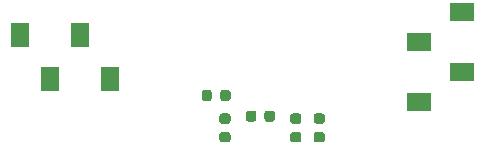
<source format=gtp>
G04 #@! TF.GenerationSoftware,KiCad,Pcbnew,(5.1.9-16-g1737927814)-1*
G04 #@! TF.CreationDate,2021-04-01T12:19:28-04:00*
G04 #@! TF.ProjectId,pressure_mpx5700ap_gp,70726573-7375-4726-955f-6d7078353730,1*
G04 #@! TF.SameCoordinates,Original*
G04 #@! TF.FileFunction,Paste,Top*
G04 #@! TF.FilePolarity,Positive*
%FSLAX45Y45*%
G04 Gerber Fmt 4.5, Leading zero omitted, Abs format (unit mm)*
G04 Created by KiCad (PCBNEW (5.1.9-16-g1737927814)-1) date 2021-04-01 12:19:28*
%MOMM*%
%LPD*%
G01*
G04 APERTURE LIST*
%ADD10R,1.500000X2.100000*%
%ADD11R,2.100000X1.500000*%
G04 APERTURE END LIST*
D10*
X219000Y-1065000D03*
X727000Y-1065000D03*
X473000Y-1435000D03*
X981000Y-1435000D03*
D11*
X3960000Y-869000D03*
X3960000Y-1377000D03*
X3590000Y-1123000D03*
X3590000Y-1631000D03*
G36*
G01*
X2575625Y-1815000D02*
X2524375Y-1815000D01*
G75*
G02*
X2502500Y-1793125I0J21875D01*
G01*
X2502500Y-1749375D01*
G75*
G02*
X2524375Y-1727500I21875J0D01*
G01*
X2575625Y-1727500D01*
G75*
G02*
X2597500Y-1749375I0J-21875D01*
G01*
X2597500Y-1793125D01*
G75*
G02*
X2575625Y-1815000I-21875J0D01*
G01*
G37*
G36*
G01*
X2575625Y-1972500D02*
X2524375Y-1972500D01*
G75*
G02*
X2502500Y-1950625I0J21875D01*
G01*
X2502500Y-1906875D01*
G75*
G02*
X2524375Y-1885000I21875J0D01*
G01*
X2575625Y-1885000D01*
G75*
G02*
X2597500Y-1906875I0J-21875D01*
G01*
X2597500Y-1950625D01*
G75*
G02*
X2575625Y-1972500I-21875J0D01*
G01*
G37*
G36*
G01*
X2215000Y-1724375D02*
X2215000Y-1775625D01*
G75*
G02*
X2193125Y-1797500I-21875J0D01*
G01*
X2149375Y-1797500D01*
G75*
G02*
X2127500Y-1775625I0J21875D01*
G01*
X2127500Y-1724375D01*
G75*
G02*
X2149375Y-1702500I21875J0D01*
G01*
X2193125Y-1702500D01*
G75*
G02*
X2215000Y-1724375I0J-21875D01*
G01*
G37*
G36*
G01*
X2372500Y-1724375D02*
X2372500Y-1775625D01*
G75*
G02*
X2350625Y-1797500I-21875J0D01*
G01*
X2306875Y-1797500D01*
G75*
G02*
X2285000Y-1775625I0J21875D01*
G01*
X2285000Y-1724375D01*
G75*
G02*
X2306875Y-1702500I21875J0D01*
G01*
X2350625Y-1702500D01*
G75*
G02*
X2372500Y-1724375I0J-21875D01*
G01*
G37*
G36*
G01*
X2775625Y-1815000D02*
X2724375Y-1815000D01*
G75*
G02*
X2702500Y-1793125I0J21875D01*
G01*
X2702500Y-1749375D01*
G75*
G02*
X2724375Y-1727500I21875J0D01*
G01*
X2775625Y-1727500D01*
G75*
G02*
X2797500Y-1749375I0J-21875D01*
G01*
X2797500Y-1793125D01*
G75*
G02*
X2775625Y-1815000I-21875J0D01*
G01*
G37*
G36*
G01*
X2775625Y-1972500D02*
X2724375Y-1972500D01*
G75*
G02*
X2702500Y-1950625I0J21875D01*
G01*
X2702500Y-1906875D01*
G75*
G02*
X2724375Y-1885000I21875J0D01*
G01*
X2775625Y-1885000D01*
G75*
G02*
X2797500Y-1906875I0J-21875D01*
G01*
X2797500Y-1950625D01*
G75*
G02*
X2775625Y-1972500I-21875J0D01*
G01*
G37*
G36*
G01*
X1975625Y-1815000D02*
X1924375Y-1815000D01*
G75*
G02*
X1902500Y-1793125I0J21875D01*
G01*
X1902500Y-1749375D01*
G75*
G02*
X1924375Y-1727500I21875J0D01*
G01*
X1975625Y-1727500D01*
G75*
G02*
X1997500Y-1749375I0J-21875D01*
G01*
X1997500Y-1793125D01*
G75*
G02*
X1975625Y-1815000I-21875J0D01*
G01*
G37*
G36*
G01*
X1975625Y-1972500D02*
X1924375Y-1972500D01*
G75*
G02*
X1902500Y-1950625I0J21875D01*
G01*
X1902500Y-1906875D01*
G75*
G02*
X1924375Y-1885000I21875J0D01*
G01*
X1975625Y-1885000D01*
G75*
G02*
X1997500Y-1906875I0J-21875D01*
G01*
X1997500Y-1950625D01*
G75*
G02*
X1975625Y-1972500I-21875J0D01*
G01*
G37*
G36*
G01*
X1910000Y-1600625D02*
X1910000Y-1549375D01*
G75*
G02*
X1931875Y-1527500I21875J0D01*
G01*
X1975625Y-1527500D01*
G75*
G02*
X1997500Y-1549375I0J-21875D01*
G01*
X1997500Y-1600625D01*
G75*
G02*
X1975625Y-1622500I-21875J0D01*
G01*
X1931875Y-1622500D01*
G75*
G02*
X1910000Y-1600625I0J21875D01*
G01*
G37*
G36*
G01*
X1752500Y-1600625D02*
X1752500Y-1549375D01*
G75*
G02*
X1774375Y-1527500I21875J0D01*
G01*
X1818125Y-1527500D01*
G75*
G02*
X1840000Y-1549375I0J-21875D01*
G01*
X1840000Y-1600625D01*
G75*
G02*
X1818125Y-1622500I-21875J0D01*
G01*
X1774375Y-1622500D01*
G75*
G02*
X1752500Y-1600625I0J21875D01*
G01*
G37*
M02*

</source>
